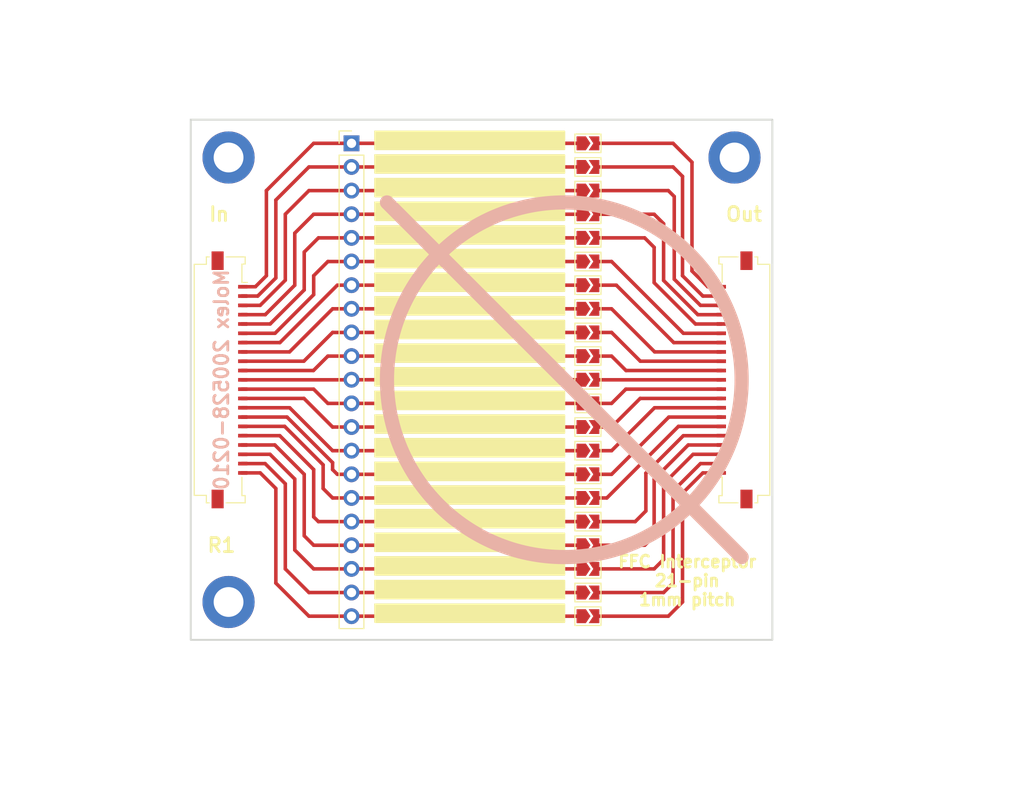
<source format=kicad_pcb>
(kicad_pcb (version 20211014) (generator pcbnew)
  (layers (0 "F.Cu" signal) (31 "B.Cu" signal) (34 "B.Paste" user) (35 "F.Paste" user) (36 "B.SilkS" user "B.Silkscreen") (37 "F.SilkS" user "F.Silkscreen") (38 "B.Mask" user) (39 "F.Mask" user) (44 "Edge.Cuts" user))
  (net 0 "")
  (net 1 "Net-(JP1-Pad1)")
  (net 2 "Net-(JP2-Pad1)")
  (net 3 "Net-(JP3-Pad1)")
  (net 4 "Net-(JP4-Pad1)")
  (net 5 "Net-(JP5-Pad1)")
  (net 6 "Net-(JP6-Pad1)")
  (net 7 "Net-(JP7-Pad1)")
  (net 8 "Net-(JP8-Pad1)")
  (net 9 "Net-(JP9-Pad1)")
  (net 10 "Net-(JP10-Pad1)")
  (net 11 "Net-(JP11-Pad1)")
  (net 12 "Net-(JP12-Pad1)")
  (net 13 "Net-(JP13-Pad1)")
  (net 14 "Net-(JP14-Pad1)")
  (net 15 "Net-(JP15-Pad1)")
  (net 16 "Net-(JP16-Pad1)")
  (net 17 "Net-(JP17-Pad1)")
  (net 18 "Net-(JP18-Pad1)")
  (net 19 "Net-(JP19-Pad1)")
  (net 20 "Net-(JP20-Pad1)")
  (net 21 "Net-(JP21-Pad1)")
  (net 22 "Net-(JP21-Pad2)")
  (net 23 "Net-(JP20-Pad2)")
  (net 24 "Net-(JP19-Pad2)")
  (net 25 "Net-(JP18-Pad2)")
  (net 26 "Net-(JP17-Pad2)")
  (net 27 "Net-(JP16-Pad2)")
  (net 28 "Net-(JP15-Pad2)")
  (net 29 "Net-(JP14-Pad2)")
  (net 30 "Net-(JP13-Pad2)")
  (net 31 "Net-(JP12-Pad2)")
  (net 32 "Net-(JP11-Pad2)")
  (net 33 "Net-(JP10-Pad2)")
  (net 34 "Net-(JP9-Pad2)")
  (net 35 "Net-(JP8-Pad2)")
  (net 36 "Net-(JP7-Pad2)")
  (net 37 "Net-(JP6-Pad2)")
  (net 38 "Net-(JP5-Pad2)")
  (net 39 "Net-(JP4-Pad2)")
  (net 40 "Net-(JP3-Pad2)")
  (net 41 "Net-(JP2-Pad2)")
  (net 42 "Net-(JP1-Pad2)")
  (footprint "Jumper:SolderJumper-2_P1.3mm_Open_TrianglePad1.0x1.5mm" (layer "F.Cu") (at 169.672 91.44)
    (fp_text reference "JP8" hide)
    (fp_text value "SolderJumper_2_Open" hide)
    (pad "1" smd custom (at -0.725 0) (size 0.3 0.3) (layers "F.Cu" "F.Mask") (net 8 "Net-(JP8-Pad1)") (options (clearance outline) (anchor rect)) (primitives (gr_poly (pts (xy 1 0) (xy 0.5 0.75) (xy -0.5 0.75) (xy -0.5 -0.75) (xy 0.5 -0.75)) (width 0) (fill yes))))
    (pad "2" smd custom (at 0.725 0) (size 0.3 0.3) (layers "F.Cu" "F.Mask") (net 35 "Net-(JP8-Pad2)") (options (clearance outline) (anchor rect)) (primitives (gr_poly (pts (xy 0.5 0.75) (xy -0.65 0.75) (xy -0.15 0) (xy -0.65 -0.75) (xy 0.5 -0.75)) (width 0) (fill yes))))
  )
  (footprint "Jumper:SolderJumper-2_P1.3mm_Open_TrianglePad1.0x1.5mm" (layer "F.Cu") (at 169.672 116.84)
    (fp_text reference "JP18" hide)
    (fp_text value "SolderJumper_2_Open" hide)
    (pad "1" smd custom (at -0.725 0) (size 0.3 0.3) (layers "F.Cu" "F.Mask") (net 18 "Net-(JP18-Pad1)") (options (clearance outline) (anchor rect)) (primitives (gr_poly (pts (xy 1 0) (xy 0.5 0.75) (xy -0.5 0.75) (xy -0.5 -0.75) (xy 0.5 -0.75)) (width 0) (fill yes))))
    (pad "2" smd custom (at 0.725 0) (size 0.3 0.3) (layers "F.Cu" "F.Mask") (net 25 "Net-(JP18-Pad2)") (options (clearance outline) (anchor rect)) (primitives (gr_poly (pts (xy 0.5 0.75) (xy -0.65 0.75) (xy -0.15 0) (xy -0.65 -0.75) (xy 0.5 -0.75)) (width 0) (fill yes))))
  )
  (footprint "Jumper:SolderJumper-2_P1.3mm_Open_TrianglePad1.0x1.5mm" (layer "F.Cu") (at 169.672 73.66)
    (fp_text reference "JP1" hide)
    (fp_text value "SolderJumper_2_Open" hide)
    (pad "1" smd custom (at -0.725 0) (size 0.3 0.3) (layers "F.Cu" "F.Mask") (net 1 "Net-(JP1-Pad1)") (options (clearance outline) (anchor rect)) (primitives (gr_poly (pts (xy 1 0) (xy 0.5 0.75) (xy -0.5 0.75) (xy -0.5 -0.75) (xy 0.5 -0.75)) (width 0) (fill yes))))
    (pad "2" smd custom (at 0.725 0) (size 0.3 0.3) (layers "F.Cu" "F.Mask") (net 42 "Net-(JP1-Pad2)") (options (clearance outline) (anchor rect)) (primitives (gr_poly (pts (xy 0.5 0.75) (xy -0.65 0.75) (xy -0.15 0) (xy -0.65 -0.75) (xy 0.5 -0.75)) (width 0) (fill yes))))
  )
  (footprint "Jumper:SolderJumper-2_P1.3mm_Open_TrianglePad1.0x1.5mm" (layer "F.Cu") (at 169.672 99.06)
    (fp_text reference "JP11" hide)
    (fp_text value "SolderJumper_2_Open" hide)
    (pad "1" smd custom (at -0.725 0) (size 0.3 0.3) (layers "F.Cu" "F.Mask") (net 11 "Net-(JP11-Pad1)") (options (clearance outline) (anchor rect)) (primitives (gr_poly (pts (xy 1 0) (xy 0.5 0.75) (xy -0.5 0.75) (xy -0.5 -0.75) (xy 0.5 -0.75)) (width 0) (fill yes))))
    (pad "2" smd custom (at 0.725 0) (size 0.3 0.3) (layers "F.Cu" "F.Mask") (net 32 "Net-(JP11-Pad2)") (options (clearance outline) (anchor rect)) (primitives (gr_poly (pts (xy 0.5 0.75) (xy -0.65 0.75) (xy -0.15 0) (xy -0.65 -0.75) (xy 0.5 -0.75)) (width 0) (fill yes))))
  )
  (footprint "Connector_FFC-FPC:Molex_200528-0210_1x21-1MP_P1.00mm_Horizontal" (layer "F.Cu") (at 131.678 99.07 -90)
    (fp_text reference "J1" hide)
    (fp_text value "Conn_01x21_Female" hide)
    (pad "1" smd rect (at -10 -0.91 270) (size 0.4 1) (layers "F.Cu" "F.Paste" "F.Mask") (net 1 "Net-(JP1-Pad1)"))
    (pad "2" smd rect (at -9 -0.91 270) (size 0.4 1) (layers "F.Cu" "F.Paste" "F.Mask") (net 2 "Net-(JP2-Pad1)"))
    (pad "3" smd rect (at -8 -0.91 270) (size 0.4 1) (layers "F.Cu" "F.Paste" "F.Mask") (net 3 "Net-(JP3-Pad1)"))
    (pad "4" smd rect (at -7 -0.91 270) (size 0.4 1) (layers "F.Cu" "F.Paste" "F.Mask") (net 4 "Net-(JP4-Pad1)"))
    (pad "5" smd rect (at -6 -0.91 270) (size 0.4 1) (layers "F.Cu" "F.Paste" "F.Mask") (net 5 "Net-(JP5-Pad1)"))
    (pad "6" smd rect (at -5 -0.91 270) (size 0.4 1) (layers "F.Cu" "F.Paste" "F.Mask") (net 6 "Net-(JP6-Pad1)"))
    (pad "7" smd rect (at -4 -0.91 270) (size 0.4 1) (layers "F.Cu" "F.Paste" "F.Mask") (net 7 "Net-(JP7-Pad1)"))
    (pad "8" smd rect (at -3 -0.91 270) (size 0.4 1) (layers "F.Cu" "F.Paste" "F.Mask") (net 8 "Net-(JP8-Pad1)"))
    (pad "9" smd rect (at -2 -0.91 270) (size 0.4 1) (layers "F.Cu" "F.Paste" "F.Mask") (net 9 "Net-(JP9-Pad1)"))
    (pad "10" smd rect (at -1 -0.91 270) (size 0.4 1) (layers "F.Cu" "F.Paste" "F.Mask") (net 10 "Net-(JP10-Pad1)"))
    (pad "11" smd rect (at 0 -0.91 270) (size 0.4 1) (layers "F.Cu" "F.Paste" "F.Mask") (net 11 "Net-(JP11-Pad1)"))
    (pad "12" smd rect (at 1 -0.91 270) (size 0.4 1) (layers "F.Cu" "F.Paste" "F.Mask") (net 12 "Net-(JP12-Pad1)"))
    (pad "13" smd rect (at 2 -0.91 270) (size 0.4 1) (layers "F.Cu" "F.Paste" "F.Mask") (net 13 "Net-(JP13-Pad1)"))
    (pad "14" smd rect (at 3 -0.91 270) (size 0.4 1) (layers "F.Cu" "F.Paste" "F.Mask") (net 14 "Net-(JP14-Pad1)"))
    (pad "15" smd rect (at 4 -0.91 270) (size 0.4 1) (layers "F.Cu" "F.Paste" "F.Mask") (net 15 "Net-(JP15-Pad1)"))
    (pad "16" smd rect (at 5 -0.91 270) (size 0.4 1) (layers "F.Cu" "F.Paste" "F.Mask") (net 16 "Net-(JP16-Pad1)"))
    (pad "17" smd rect (at 6 -0.91 270) (size 0.4 1) (layers "F.Cu" "F.Paste" "F.Mask") (net 17 "Net-(JP17-Pad1)"))
    (pad "18" smd rect (at 7 -0.91 270) (size 0.4 1) (layers "F.Cu" "F.Paste" "F.Mask") (net 18 "Net-(JP18-Pad1)"))
    (pad "19" smd rect (at 8 -0.91 270) (size 0.4 1) (layers "F.Cu" "F.Paste" "F.Mask") (net 19 "Net-(JP19-Pad1)"))
    (pad "20" smd rect (at 9 -0.91 270) (size 0.4 1) (layers "F.Cu" "F.Paste" "F.Mask") (net 20 "Net-(JP20-Pad1)"))
    (pad "21" smd rect (at 10 -0.91 270) (size 0.4 1) (layers "F.Cu" "F.Paste" "F.Mask") (net 21 "Net-(JP21-Pad1)"))
    (pad "MP" smd rect (at 12.8 1.79 270) (size 2 1.3) (layers "F.Cu" "F.Paste" "F.Mask"))
    (pad "MP" smd rect (at -12.8 1.79 270) (size 2 1.3) (layers "F.Cu" "F.Paste" "F.Mask"))
  )
  (footprint "Jumper:SolderJumper-2_P1.3mm_Open_TrianglePad1.0x1.5mm" (layer "F.Cu") (at 169.672 121.92)
    (fp_text reference "JP20" hide)
    (fp_text value "SolderJumper_2_Open" hide)
    (pad "1" smd custom (at -0.725 0) (size 0.3 0.3) (layers "F.Cu" "F.Mask") (net 20 "Net-(JP20-Pad1)") (options (clearance outline) (anchor rect)) (primitives (gr_poly (pts (xy 1 0) (xy 0.5 0.75) (xy -0.5 0.75) (xy -0.5 -0.75) (xy 0.5 -0.75)) (width 0) (fill yes))))
    (pad "2" smd custom (at 0.725 0) (size 0.3 0.3) (layers "F.Cu" "F.Mask") (net 23 "Net-(JP20-Pad2)") (options (clearance outline) (anchor rect)) (primitives (gr_poly (pts (xy 0.5 0.75) (xy -0.65 0.75) (xy -0.15 0) (xy -0.65 -0.75) (xy 0.5 -0.75)) (width 0) (fill yes))))
  )
  (footprint "Connector_FFC-FPC:Molex_200528-0210_1x21-1MP_P1.00mm_Horizontal" (layer "F.Cu") (at 184.912 99.07 90)
    (fp_text reference "J3" hide)
    (fp_text value "Conn_01x21_Female" hide)
    (pad "1" smd rect (at -10 -0.91 90) (size 0.4 1) (layers "F.Cu" "F.Paste" "F.Mask") (net 22 "Net-(JP21-Pad2)"))
    (pad "2" smd rect (at -9 -0.91 90) (size 0.4 1) (layers "F.Cu" "F.Paste" "F.Mask") (net 23 "Net-(JP20-Pad2)"))
    (pad "3" smd rect (at -8 -0.91 90) (size 0.4 1) (layers "F.Cu" "F.Paste" "F.Mask") (net 24 "Net-(JP19-Pad2)"))
    (pad "4" smd rect (at -7 -0.91 90) (size 0.4 1) (layers "F.Cu" "F.Paste" "F.Mask") (net 25 "Net-(JP18-Pad2)"))
    (pad "5" smd rect (at -6 -0.91 90) (size 0.4 1) (layers "F.Cu" "F.Paste" "F.Mask") (net 26 "Net-(JP17-Pad2)"))
    (pad "6" smd rect (at -5 -0.91 90) (size 0.4 1) (layers "F.Cu" "F.Paste" "F.Mask") (net 27 "Net-(JP16-Pad2)"))
    (pad "7" smd rect (at -4 -0.91 90) (size 0.4 1) (layers "F.Cu" "F.Paste" "F.Mask") (net 28 "Net-(JP15-Pad2)"))
    (pad "8" smd rect (at -3 -0.91 90) (size 0.4 1) (layers "F.Cu" "F.Paste" "F.Mask") (net 29 "Net-(JP14-Pad2)"))
    (pad "9" smd rect (at -2 -0.91 90) (size 0.4 1) (layers "F.Cu" "F.Paste" "F.Mask") (net 30 "Net-(JP13-Pad2)"))
    (pad "10" smd rect (at -1 -0.91 90) (size 0.4 1) (layers "F.Cu" "F.Paste" "F.Mask") (net 31 "Net-(JP12-Pad2)"))
    (pad "11" smd rect (at 0 -0.91 90) (size 0.4 1) (layers "F.Cu" "F.Paste" "F.Mask") (net 32 "Net-(JP11-Pad2)"))
    (pad "12" smd rect (at 1 -0.91 90) (size 0.4 1) (layers "F.Cu" "F.Paste" "F.Mask") (net 33 "Net-(JP10-Pad2)"))
    (pad "13" smd rect (at 2 -0.91 90) (size 0.4 1) (layers "F.Cu" "F.Paste" "F.Mask") (net 34 "Net-(JP9-Pad2)"))
    (pad "14" smd rect (at 3 -0.91 90) (size 0.4 1) (layers "F.Cu" "F.Paste" "F.Mask") (net 35 "Net-(JP8-Pad2)"))
    (pad "15" smd rect (at 4 -0.91 90) (size 0.4 1) (layers "F.Cu" "F.Paste" "F.Mask") (net 36 "Net-(JP7-Pad2)"))
    (pad "16" smd rect (at 5 -0.91 90) (size 0.4 1) (layers "F.Cu" "F.Paste" "F.Mask") (net 37 "Net-(JP6-Pad2)"))
    (pad "17" smd rect (at 6 -0.91 90) (size 0.4 1) (layers "F.Cu" "F.Paste" "F.Mask") (net 38 "Net-(JP5-Pad2)"))
    (pad "18" smd rect (at 7 -0.91 90) (size 0.4 1) (layers "F.Cu" "F.Paste" "F.Mask") (net 39 "Net-(JP4-Pad2)"))
    (pad "19" smd rect (at 8 -0.91 90) (size 0.4 1) (layers "F.Cu" "F.Paste" "F.Mask") (net 40 "Net-(JP3-Pad2)"))
    (pad "20" smd rect (at 9 -0.91 90) (size 0.4 1) (layers "F.Cu" "F.Paste" "F.Mask") (net 41 "Net-(JP2-Pad2)"))
    (pad "21" smd rect (at 10 -0.91 90) (size 0.4 1) (layers "F.Cu" "F.Paste" "F.Mask") (net 42 "Net-(JP1-Pad2)"))
    (pad "MP" smd rect (at -12.8 1.79 90) (size 2 1.3) (layers "F.Cu" "F.Paste" "F.Mask"))
    (pad "MP" smd rect (at 12.8 1.79 90) (size 2 1.3) (layers "F.Cu" "F.Paste" "F.Mask"))
  )
  (footprint "Jumper:SolderJumper-2_P1.3mm_Open_TrianglePad1.0x1.5mm" (layer "F.Cu") (at 169.672 78.74)
    (fp_text reference "JP3" hide)
    (fp_text value "SolderJumper_2_Open" hide)
    (pad "1" smd custom (at -0.725 0) (size 0.3 0.3) (layers "F.Cu" "F.Mask") (net 3 "Net-(JP3-Pad1)") (options (clearance outline) (anchor rect)) (primitives (gr_poly (pts (xy 1 0) (xy 0.5 0.75) (xy -0.5 0.75) (xy -0.5 -0.75) (xy 0.5 -0.75)) (width 0) (fill yes))))
    (pad "2" smd custom (at 0.725 0) (size 0.3 0.3) (layers "F.Cu" "F.Mask") (net 40 "Net-(JP3-Pad2)") (options (clearance outline) (anchor rect)) (primitives (gr_poly (pts (xy 0.5 0.75) (xy -0.65 0.75) (xy -0.15 0) (xy -0.65 -0.75) (xy 0.5 -0.75)) (width 0) (fill yes))))
  )
  (footprint "Jumper:SolderJumper-2_P1.3mm_Open_TrianglePad1.0x1.5mm" (layer "F.Cu") (at 169.672 109.22)
    (fp_text reference "JP15" hide)
    (fp_text value "SolderJumper_2_Open" hide)
    (pad "1" smd custom (at -0.725 0) (size 0.3 0.3) (layers "F.Cu" "F.Mask") (net 15 "Net-(JP15-Pad1)") (options (clearance outline) (anchor rect)) (primitives (gr_poly (pts (xy 1 0) (xy 0.5 0.75) (xy -0.5 0.75) (xy -0.5 -0.75) (xy 0.5 -0.75)) (width 0) (fill yes))))
    (pad "2" smd custom (at 0.725 0) (size 0.3 0.3) (layers "F.Cu" "F.Mask") (net 28 "Net-(JP15-Pad2)") (options (clearance outline) (anchor rect)) (primitives (gr_poly (pts (xy 0.5 0.75) (xy -0.65 0.75) (xy -0.15 0) (xy -0.65 -0.75) (xy 0.5 -0.75)) (width 0) (fill yes))))
  )
  (footprint "Jumper:SolderJumper-2_P1.3mm_Open_TrianglePad1.0x1.5mm" (layer "F.Cu") (at 169.672 104.14)
    (fp_text reference "JP13" hide)
    (fp_text value "SolderJumper_2_Open" hide)
    (pad "1" smd custom (at -0.725 0) (size 0.3 0.3) (layers "F.Cu" "F.Mask") (net 13 "Net-(JP13-Pad1)") (options (clearance outline) (anchor rect)) (primitives (gr_poly (pts (xy 1 0) (xy 0.5 0.75) (xy -0.5 0.75) (xy -0.5 -0.75) (xy 0.5 -0.75)) (width 0) (fill yes))))
    (pad "2" smd custom (at 0.725 0) (size 0.3 0.3) (layers "F.Cu" "F.Mask") (net 30 "Net-(JP13-Pad2)") (options (clearance outline) (anchor rect)) (primitives (gr_poly (pts (xy 0.5 0.75) (xy -0.65 0.75) (xy -0.15 0) (xy -0.65 -0.75) (xy 0.5 -0.75)) (width 0) (fill yes))))
  )
  (footprint "MountingHole:MountingHole_3.2mm_M3_DIN965_Pad_TopBottom" (layer "F.Cu") (at 131.064 75.184)
    (fp_text reference "H2" hide)
    (fp_text value "MountingHole" hide)
    (pad "1" thru_hole circle (at 0 0) (size 3.6 3.6) (drill 3.2) (layers *.Cu *.Mask))
    (pad "1" connect circle (at 0 0) (size 5.6 5.6) (layers "B.Cu" "B.Mask"))
    (pad "1" connect circle (at 0 0) (size 5.6 5.6) (layers "F.Cu" "F.Mask"))
  )
  (footprint "Jumper:SolderJumper-2_P1.3mm_Open_TrianglePad1.0x1.5mm" (layer "F.Cu") (at 169.672 119.38)
    (fp_text reference "JP19" hide)
    (fp_text value "SolderJumper_2_Open" hide)
    (pad "1" smd custom (at -0.725 0) (size 0.3 0.3) (layers "F.Cu" "F.Mask") (net 19 "Net-(JP19-Pad1)") (options (clearance outline) (anchor rect)) (primitives (gr_poly (pts (xy 1 0) (xy 0.5 0.75) (xy -0.5 0.75) (xy -0.5 -0.75) (xy 0.5 -0.75)) (width 0) (fill yes))))
    (pad "2" smd custom (at 0.725 0) (size 0.3 0.3) (layers "F.Cu" "F.Mask") (net 24 "Net-(JP19-Pad2)") (options (clearance outline) (anchor rect)) (primitives (gr_poly (pts (xy 0.5 0.75) (xy -0.65 0.75) (xy -0.15 0) (xy -0.65 -0.75) (xy 0.5 -0.75)) (width 0) (fill yes))))
  )
  (footprint "Jumper:SolderJumper-2_P1.3mm_Open_TrianglePad1.0x1.5mm" (layer "F.Cu") (at 169.672 101.6)
    (fp_text reference "JP12" hide)
    (fp_text value "SolderJumper_2_Open" hide)
    (pad "1" smd custom (at -0.725 0) (size 0.3 0.3) (layers "F.Cu" "F.Mask") (net 12 "Net-(JP12-Pad1)") (options (clearance outline) (anchor rect)) (primitives (gr_poly (pts (xy 1 0) (xy 0.5 0.75) (xy -0.5 0.75) (xy -0.5 -0.75) (xy 0.5 -0.75)) (width 0) (fill yes))))
    (pad "2" smd custom (at 0.725 0) (size 0.3 0.3) (layers "F.Cu" "F.Mask") (net 31 "Net-(JP12-Pad2)") (options (clearance outline) (anchor rect)) (primitives (gr_poly (pts (xy 0.5 0.75) (xy -0.65 0.75) (xy -0.15 0) (xy -0.65 -0.75) (xy 0.5 -0.75)) (width 0) (fill yes))))
  )
  (footprint "Jumper:SolderJumper-2_P1.3mm_Open_TrianglePad1.0x1.5mm" (layer "F.Cu") (at 169.672 93.98)
    (fp_text reference "JP9" hide)
    (fp_text value "SolderJumper_2_Open" hide)
    (pad "1" smd custom (at -0.725 0) (size 0.3 0.3) (layers "F.Cu" "F.Mask") (net 9 "Net-(JP9-Pad1)") (options (clearance outline) (anchor rect)) (primitives (gr_poly (pts (xy 1 0) (xy 0.5 0.75) (xy -0.5 0.75) (xy -0.5 -0.75) (xy 0.5 -0.75)) (width 0) (fill yes))))
    (pad "2" smd custom (at 0.725 0) (size 0.3 0.3) (layers "F.Cu" "F.Mask") (net 34 "Net-(JP9-Pad2)") (options (clearance outline) (anchor rect)) (primitives (gr_poly (pts (xy 0.5 0.75) (xy -0.65 0.75) (xy -0.15 0) (xy -0.65 -0.75) (xy 0.5 -0.75)) (width 0) (fill yes))))
  )
  (footprint "Jumper:SolderJumper-2_P1.3mm_Open_TrianglePad1.0x1.5mm" (layer "F.Cu") (at 169.672 81.28)
    (fp_text reference "JP4" hide)
    (fp_text value "SolderJumper_2_Open" hide)
    (pad "1" smd custom (at -0.725 0) (size 0.3 0.3) (layers "F.Cu" "F.Mask") (net 4 "Net-(JP4-Pad1)") (options (clearance outline) (anchor rect)) (primitives (gr_poly (pts (xy 1 0) (xy 0.5 0.75) (xy -0.5 0.75) (xy -0.5 -0.75) (xy 0.5 -0.75)) (width 0) (fill yes))))
    (pad "2" smd custom (at 0.725 0) (size 0.3 0.3) (layers "F.Cu" "F.Mask") (net 39 "Net-(JP4-Pad2)") (options (clearance outline) (anchor rect)) (primitives (gr_poly (pts (xy 0.5 0.75) (xy -0.65 0.75) (xy -0.15 0) (xy -0.65 -0.75) (xy 0.5 -0.75)) (width 0) (fill yes))))
  )
  (footprint "Jumper:SolderJumper-2_P1.3mm_Open_TrianglePad1.0x1.5mm" (layer "F.Cu") (at 169.672 88.9)
    (fp_text reference "JP7" hide)
    (fp_text value "SolderJumper_2_Open" hide)
    (pad "1" smd custom (at -0.725 0) (size 0.3 0.3) (layers "F.Cu" "F.Mask") (net 7 "Net-(JP7-Pad1)") (options (clearance outline) (anchor rect)) (primitives (gr_poly (pts (xy 1 0) (xy 0.5 0.75) (xy -0.5 0.75) (xy -0.5 -0.75) (xy 0.5 -0.75)) (width 0) (fill yes))))
    (pad "2" smd custom (at 0.725 0) (size 0.3 0.3) (layers "F.Cu" "F.Mask") (net 36 "Net-(JP7-Pad2)") (options (clearance outline) (anchor rect)) (primitives (gr_poly (pts (xy 0.5 0.75) (xy -0.65 0.75) (xy -0.15 0) (xy -0.65 -0.75) (xy 0.5 -0.75)) (width 0) (fill yes))))
  )
  (footprint "Jumper:SolderJumper-2_P1.3mm_Open_TrianglePad1.0x1.5mm" (layer "F.Cu") (at 169.672 111.76)
    (fp_text reference "JP16" hide)
    (fp_text value "SolderJumper_2_Open" hide)
    (pad "1" smd custom (at -0.725 0) (size 0.3 0.3) (layers "F.Cu" "F.Mask") (net 16 "Net-(JP16-Pad1)") (options (clearance outline) (anchor rect)) (primitives (gr_poly (pts (xy 1 0) (xy 0.5 0.75) (xy -0.5 0.75) (xy -0.5 -0.75) (xy 0.5 -0.75)) (width 0) (fill yes))))
    (pad "2" smd custom (at 0.725 0) (size 0.3 0.3) (layers "F.Cu" "F.Mask") (net 27 "Net-(JP16-Pad2)") (options (clearance outline) (anchor rect)) (primitives (gr_poly (pts (xy 0.5 0.75) (xy -0.65 0.75) (xy -0.15 0) (xy -0.65 -0.75) (xy 0.5 -0.75)) (width 0) (fill yes))))
  )
  (footprint "Jumper:SolderJumper-2_P1.3mm_Open_TrianglePad1.0x1.5mm" (layer "F.Cu") (at 169.672 83.82)
    (fp_text reference "JP5" hide)
    (fp_text value "SolderJumper_2_Open" hide)
    (pad "1" smd custom (at -0.725 0) (size 0.3 0.3) (layers "F.Cu" "F.Mask") (net 5 "Net-(JP5-Pad1)") (options (clearance outline) (anchor rect)) (primitives (gr_poly (pts (xy 1 0) (xy 0.5 0.75) (xy -0.5 0.75) (xy -0.5 -0.75) (xy 0.5 -0.75)) (width 0) (fill yes))))
    (pad "2" smd custom (at 0.725 0) (size 0.3 0.3) (layers "F.Cu" "F.Mask") (net 38 "Net-(JP5-Pad2)") (options (clearance outline) (anchor rect)) (primitives (gr_poly (pts (xy 0.5 0.75) (xy -0.65 0.75) (xy -0.15 0) (xy -0.65 -0.75) (xy 0.5 -0.75)) (width 0) (fill yes))))
  )
  (footprint "Jumper:SolderJumper-2_P1.3mm_Open_TrianglePad1.0x1.5mm" (layer "F.Cu") (at 169.672 106.68)
    (fp_text reference "JP14" hide)
    (fp_text value "SolderJumper_2_Open" hide)
    (pad "1" smd custom (at -0.725 0) (size 0.3 0.3) (layers "F.Cu" "F.Mask") (net 14 "Net-(JP14-Pad1)") (options (clearance outline) (anchor rect)) (primitives (gr_poly (pts (xy 1 0) (xy 0.5 0.75) (xy -0.5 0.75) (xy -0.5 -0.75) (xy 0.5 -0.75)) (width 0) (fill yes))))
    (pad "2" smd custom (at 0.725 0) (size 0.3 0.3) (layers "F.Cu" "F.Mask") (net 29 "Net-(JP14-Pad2)") (options (clearance outline) (anchor rect)) (primitives (gr_poly (pts (xy 0.5 0.75) (xy -0.65 0.75) (xy -0.15 0) (xy -0.65 -0.75) (xy 0.5 -0.75)) (width 0) (fill yes))))
  )
  (footprint "Jumper:SolderJumper-2_P1.3mm_Open_TrianglePad1.0x1.5mm" (layer "F.Cu") (at 169.672 114.3)
    (fp_text reference "JP17" hide)
    (fp_text value "SolderJumper_2_Open" hide)
    (pad "1" smd custom (at -0.725 0) (size 0.3 0.3) (layers "F.Cu" "F.Mask") (net 17 "Net-(JP17-Pad1)") (options (clearance outline) (anchor rect)) (primitives (gr_poly (pts (xy 1 0) (xy 0.5 0.75) (xy -0.5 0.75) (xy -0.5 -0.75) (xy 0.5 -0.75)) (width 0) (fill yes))))
    (pad "2" smd custom (at 0.725 0) (size 0.3 0.3) (layers "F.Cu" "F.Mask") (net 26 "Net-(JP17-Pad2)") (options (clearance outline) (anchor rect)) (primitives (gr_poly (pts (xy 0.5 0.75) (xy -0.65 0.75) (xy -0.15 0) (xy -0.65 -0.75) (xy 0.5 -0.75)) (width 0) (fill yes))))
  )
  (footprint "Jumper:SolderJumper-2_P1.3mm_Open_TrianglePad1.0x1.5mm" (layer "F.Cu") (at 169.672 86.36)
    (fp_text reference "JP6" hide)
    (fp_text value "SolderJumper_2_Open" hide)
    (pad "1" smd custom (at -0.725 0) (size 0.3 0.3) (layers "F.Cu" "F.Mask") (net 6 "Net-(JP6-Pad1)") (options (clearance outline) (anchor rect)) (primitives (gr_poly (pts (xy 1 0) (xy 0.5 0.75) (xy -0.5 0.75) (xy -0.5 -0.75) (xy 0.5 -0.75)) (width 0) (fill yes))))
    (pad "2" smd custom (at 0.725 0) (size 0.3 0.3) (layers "F.Cu" "F.Mask") (net 37 "Net-(JP6-Pad2)") (options (clearance outline) (anchor rect)) (primitives (gr_poly (pts (xy 0.5 0.75) (xy -0.65 0.75) (xy -0.15 0) (xy -0.65 -0.75) (xy 0.5 -0.75)) (width 0) (fill yes))))
  )
  (footprint "MountingHole:MountingHole_3.2mm_M3_DIN965_Pad_TopBottom" (layer "F.Cu") (at 131.064 122.936)
    (fp_text reference "H3" hide)
    (fp_text value "MountingHole" hide)
    (pad "1" connect circle (at 0 0) (size 5.6 5.6) (layers "B.Cu" "B.Mask"))
    (pad "1" thru_hole circle (at 0 0) (size 3.6 3.6) (drill 3.2) (layers *.Cu *.Mask))
    (pad "1" connect circle (at 0 0) (size 5.6 5.6) (layers "F.Cu" "F.Mask"))
  )
  (footprint "MountingHole:MountingHole_3.2mm_M3_DIN965_Pad_TopBottom" (layer "F.Cu") (at 185.42 75.184)
    (fp_text reference "H1" hide)
    (fp_text value "MountingHole" hide)
    (pad "1" connect circle (at 0 0) (size 5.6 5.6) (layers "B.Cu" "B.Mask"))
    (pad "1" thru_hole circle (at 0 0) (size 3.6 3.6) (drill 3.2) (layers *.Cu *.Mask))
    (pad "1" connect circle (at 0 0) (size 5.6 5.6) (layers "F.Cu" "F.Mask"))
  )
  (footprint "Jumper:SolderJumper-2_P1.3mm_Open_TrianglePad1.0x1.5mm" (layer "F.Cu") (at 169.672 124.46)
    (fp_text reference "JP21" hide)
    (fp_text value "SolderJumper_2_Open" hide)
    (pad "1" smd custom (at -0.725 0) (size 0.3 0.3) (layers "F.Cu" "F.Mask") (net 21 "Net-(JP21-Pad1)") (options (clearance outline) (anchor rect)) (primitives (gr_poly (pts (xy 1 0) (xy 0.5 0.75) (xy -0.5 0.75) (xy -0.5 -0.75) (xy 0.5 -0.75)) (width 0) (fill yes))))
    (pad "2" smd custom (at 0.725 0) (size 0.3 0.3) (layers "F.Cu" "F.Mask") (net 22 "Net-(JP21-Pad2)") (options (clearance outline) (anchor rect)) (primitives (gr_poly (pts (xy 0.5 0.75) (xy -0.65 0.75) (xy -0.15 0) (xy -0.65 -0.75) (xy 0.5 -0.75)) (width 0) (fill yes))))
  )
  (footprint "Jumper:SolderJumper-2_P1.3mm_Open_TrianglePad1.0x1.5mm" (layer "F.Cu") (at 169.672 96.52)
    (fp_text reference "JP10" hide)
    (fp_text value "SolderJumper_2_Open" hide)
    (pad "1" smd custom (at -0.725 0) (size 0.3 0.3) (layers "F.Cu" "F.Mask") (net 10 "Net-(JP10-Pad1)") (options (clearance outline) (anchor rect)) (primitives (gr_poly (pts (xy 1 0) (xy 0.5 0.75) (xy -0.5 0.75) (xy -0.5 -0.75) (xy 0.5 -0.75)) (width 0) (fill yes))))
    (pad "2" smd custom (at 0.725 0) (size 0.3 0.3) (layers "F.Cu" "F.Mask") (net 33 "Net-(JP10-Pad2)") (options (clearance outline) (anchor rect)) (primitives (gr_poly (pts (xy 0.5 0.75) (xy -0.65 0.75) (xy -0.15 0) (xy -0.65 -0.75) (xy 0.5 -0.75)) (width 0) (fill yes))))
  )
  (footprint "Connector_PinHeader_2.54mm:PinHeader_1x21_P2.54mm_Vertical" (layer "F.Cu") (at 144.272 73.66)
    (fp_text reference "J2" hide)
    (fp_text value "Conn_01x21_Male" hide)
    (pad "1" thru_hole rect (at 0 0) (size 1.7 1.7) (drill 1) (layers *.Cu *.Mask) (net 1 "Net-(JP1-Pad1)"))
    (pad "2" thru_hole oval (at 0 2.54) (size 1.7 1.7) (drill 1) (layers *.Cu *.Mask) (net 2 "Net-(JP2-Pad1)"))
    (pad "3" thru_hole oval (at 0 5.08) (size 1.7 1.7) (drill 1) (layers *.Cu *.Mask) (net 3 "Net-(JP3-Pad1)"))
    (pad "4" thru_hole oval (at 0 7.62) (size 1.7 1.7) (drill 1) (layers *.Cu *.Mask) (net 4 "Net-(JP4-Pad1)"))
    (pad "5" thru_hole oval (at 0 10.16) (size 1.7 1.7) (drill 1) (layers *.Cu *.Mask) (net 5 "Net-(JP5-Pad1)"))
    (pad "6" thru_hole oval (at 0 12.7) (size 1.7 1.7) (drill 1) (layers *.Cu *.Mask) (net 6 "Net-(JP6-Pad1)"))
    (pad "7" thru_hole oval (at 0 15.24) (size 1.7 1.7) (drill 1) (layers *.Cu *.Mask) (net 7 "Net-(JP7-Pad1)"))
    (pad "8" thru_hole oval (at 0 17.78) (size 1.7 1.7) (drill 1) (layers *.Cu *.Mask) (net 8 "Net-(JP8-Pad1)"))
    (pad "9" thru_hole oval (at 0 20.32) (size 1.7 1.7) (drill 1) (layers *.Cu *.Mask) (net 9 "Net-(JP9-Pad1)"))
    (pad "10" thru_hole oval (at 0 22.86) (size 1.7 1.7) (drill 1) (layers *.Cu *.Mask) (net 10 "Net-(JP10-Pad1)"))
    (pad "11" thru_hole oval (at 0 25.4) (size 1.7 1.7) (drill 1) (layers *.Cu *.Mask) (net 11 "Net-(JP11-Pad1)"))
    (pad "12" thru_hole oval (at 0 27.94) (size 1.7 1.7) (drill 1) (layers *.Cu *.Mask) (net 12 "Net-(JP12-Pad1)"))
    (pad "13" thru_hole oval (at 0 30.48) (size 1.7 1.7) (drill 1) (layers *.Cu *.Mask) (net 13 "Net-(JP13-Pad1)"))
    (pad "14" thru_hole oval (at 0 33.02) (size 1.7 1.7) (drill 1) (layers *.Cu *.Mask) (net 14 "Net-(JP14-Pad1)"))
    (pad "15" thru_hole oval (at 0 35.56) (size 1.7 1.7) (drill 1) (layers *.Cu *.Mask) (net 15 "Net-(JP15-Pad1)"))
    (pad "16" thru_hole oval (at 0 38.1) (size 1.7 1.7) (drill 1) (layers *.Cu *.Mask) (net 16 "Net-(JP16-Pad1)"))
    (pad "17" thru_hole oval (at 0 40.64) (size 1.7 1.7) (drill 1) (layers *.Cu *.Mask) (net 17 "Net-(JP17-Pad1)"))
    (pad "18" thru_hole oval (at 0 43.18) (size 1.7 1.7) (drill 1) (layers *.Cu *.Mask) (net 18 "Net-(JP18-Pad1)"))
    (pad "19" thru_hole oval (at 0 45.72) (size 1.7 1.7) (drill 1) (layers *.Cu *.Mask) (net 19 "Net-(JP19-Pad1)"))
    (pad "20" thru_hole oval (at 0 48.26) (size 1.7 1.7) (drill 1) (layers *.Cu *.Mask) (net 20 "Net-(JP20-Pad1)"))
    (pad "21" thru_hole oval (at 0 50.8) (size 1.7 1.7) (drill 1) (layers *.Cu *.Mask) (net 21 "Net-(JP21-Pad1)"))
  )
  (footprint "Jumper:SolderJumper-2_P1.3mm_Open_TrianglePad1.0x1.5mm" (layer "F.Cu") (at 169.672 76.2)
    (fp_text reference "JP2" hide)
    (fp_text value "SolderJumper_2_Open" hide)
    (pad "1" smd custom (at -0.725 0) (size 0.3 0.3) (layers "F.Cu" "F.Mask") (net 2 "Net-(JP2-Pad1)") (options (clearance outline) (anchor rect)) (primitives (gr_poly (pts (xy 1 0) (xy 0.5 0.75) (xy -0.5 0.75) (xy -0.5 -0.75) (xy 0.5 -0.75)) (width 0) (fill yes))))
    (pad "2" smd custom (at 0.725 0) (size 0.3 0.3) (layers "F.Cu" "F.Mask") (net 41 "Net-(JP2-Pad2)") (options (clearance outline) (anchor rect)) (primitives (gr_poly (pts (xy 0.5 0.75) (xy -0.65 0.75) (xy -0.15 0) (xy -0.65 -0.75) (xy 0.5 -0.75)) (width 0) (fill yes))))
  )
  (gr_line (start 186.182 118.11) (end 148.082 80.01) (layer "B.SilkS") (width 1.524))
  (gr_circle (center 167.132 99.06) (end 186.182 99.06) (layer "B.SilkS") (width 1.524) (fill none))
  (gr_rect (start 146.812 72.39) (end 167.132 74.295) (layer "F.SilkS") (width 0.2) (fill solid))
  (gr_rect (start 146.812 107.95) (end 167.132 109.855) (layer "F.SilkS") (width 0.2) (fill solid))
  (gr_rect (start 146.812 82.55) (end 167.132 84.455) (layer "F.SilkS") (width 0.2) (fill solid))
  (gr_rect (start 146.812 80.01) (end 167.132 81.915) (layer "F.SilkS") (width 0.2) (fill solid))
  (gr_rect (start 146.812 92.71) (end 167.132 94.615) (layer "F.SilkS") (width 0.2) (fill solid))
  (gr_rect (start 146.812 97.79) (end 167.132 99.695) (layer "F.SilkS") (width 0.2) (fill solid))
  (gr_rect (start 146.812 115.57) (end 167.132 117.475) (layer "F.SilkS") (width 0.2) (fill solid))
  (gr_rect (start 146.812 113.03) (end 167.132 114.935) (layer "F.SilkS") (width 0.2) (fill solid))
  (gr_rect (start 146.812 74.93) (end 167.132 76.835) (layer "F.SilkS") (width 0.2) (fill solid))
  (gr_rect (start 146.812 110.49) (end 167.132 112.395) (layer "F.SilkS") (width 0.2) (fill solid))
  (gr_rect (start 146.812 118.11) (end 167.132 120.015) (layer "F.SilkS") (width 0.2) (fill solid))
  (gr_rect (start 146.812 105.41) (end 167.132 107.315) (layer "F.SilkS") (width 0.2) (fill solid))
  (gr_rect (start 146.812 95.25) (end 167.132 97.155) (layer "F.SilkS") (width 0.2) (fill solid))
  (gr_rect (start 146.812 87.63) (end 167.132 89.535) (layer "F.SilkS") (width 0.2) (fill solid))
  (gr_rect (start 146.812 85.09) (end 167.132 86.995) (layer "F.SilkS") (width 0.2) (fill solid))
  (gr_rect (start 146.812 123.19) (end 167.132 125.095) (layer "F.SilkS") (width 0.2) (fill solid))
  (gr_rect (start 146.812 90.17) (end 167.132 92.075) (layer "F.SilkS") (width 0.2) (fill solid))
  (gr_rect (start 146.812 120.65) (end 167.132 122.555) (layer "F.SilkS") (width 0.2) (fill solid))
  (gr_rect (start 146.812 77.47) (end 167.132 79.375) (layer "F.SilkS") (width 0.2) (fill solid))
  (gr_rect (start 146.812 100.33) (end 167.132 102.235) (layer "F.SilkS") (width 0.2) (fill solid))
  (gr_rect (start 146.812 102.87) (end 167.132 104.775) (layer "F.SilkS") (width 0.2) (fill solid))
  (gr_rect (start 127 127) (end 189.484 71.12) (layer "Edge.Cuts") (width 0.2) (fill none))
  (gr_text "Molex 200528-0210" (at 130.302 99.06 90) (layer "B.SilkS") (effects (font (size 1.5 1.5) (thickness 0.3)) (justify mirror)))
  (gr_text "R1" (at 130.302 116.84) (layer "F.SilkS") (effects (font (size 1.5 1.5) (thickness 0.3))))
  (gr_text "Out" (at 186.436 81.28) (layer "F.SilkS") (effects (font (size 1.5 1.5) (thickness 0.3))))
  (gr_text "In" (at 130.048 81.28) (layer "F.SilkS") (effects (font (size 1.5 1.5) (thickness 0.3))))
  (gr_text "FFC Interceptor\n21-pin\n1mm pitch" (at 180.34 120.65) (layer "F.SilkS") (effects (font (size 1.27 1.27) (thickness 0.3))))
  (segment (start 144.272 73.66) (end 140.208 73.66) (width 0.381) (layer "F.Cu") (net 1))
  (segment (start 144.272 73.66) (end 168.947 73.66) (width 0.381) (layer "F.Cu") (net 1))
  (segment (start 135.128 87.884) (end 133.944 89.068) (width 0.381) (layer "F.Cu") (net 1))
  (segment (start 133.944 89.068) (end 132.482 89.068) (width 0.381) (layer "F.Cu") (net 1))
  (segment (start 140.208 73.66) (end 135.128 78.74) (width 0.381) (layer "F.Cu") (net 1))
  (segment (start 135.128 78.74) (end 135.128 87.884) (width 0.381) (layer "F.Cu") (net 1))
  (segment (start 134.200558 90.068) (end 136.144 88.124558) (width 0.381) (layer "F.Cu") (net 2))
  (segment (start 136.144 79.756) (end 139.7 76.2) (width 0.381) (layer "F.Cu") (net 2))
  (segment (start 136.144 88.124558) (end 136.144 79.756) (width 0.381) (layer "F.Cu") (net 2))
  (segment (start 132.482 90.068) (end 134.200558 90.068) (width 0.381) (layer "F.Cu") (net 2))
  (segment (start 139.7 76.2) (end 144.272 76.2) (width 0.381) (layer "F.Cu") (net 2))
  (segment (start 144.272 76.2) (end 168.947 76.2) (width 0.381) (layer "F.Cu") (net 2))
  (segment (start 132.482 91.068) (end 134.457116 91.068) (width 0.381) (layer "F.Cu") (net 3))
  (segment (start 139.7 78.74) (end 144.272 78.74) (width 0.381) (layer "F.Cu") (net 3))
  (segment (start 137.16 81.28) (end 139.7 78.74) (width 0.381) (layer "F.Cu") (net 3))
  (segment (start 144.272 78.74) (end 168.947 78.74) (width 0.381) (layer "F.Cu") (net 3))
  (segment (start 134.457116 91.068) (end 137.16 88.365116) (width 0.381) (layer "F.Cu") (net 3))
  (segment (start 137.16 88.365116) (end 137.16 81.28) (width 0.381) (layer "F.Cu") (net 3))
  (segment (start 140.208 81.28) (end 144.272 81.28) (width 0.381) (layer "F.Cu") (net 4))
  (segment (start 144.272 81.28) (end 168.947 81.28) (width 0.381) (layer "F.Cu") (net 4))
  (segment (start 138.176 83.312) (end 140.208 81.28) (width 0.381) (layer "F.Cu") (net 4))
  (segment (start 135.008 92.068) (end 138.176 88.9) (width 0.381) (layer "F.Cu") (net 4))
  (segment (start 138.176 88.9) (end 138.176 83.312) (width 0.381) (layer "F.Cu") (net 4))
  (segment (start 132.482 92.068) (end 135.008 92.068) (width 0.381) (layer "F.Cu") (net 4))
  (segment (start 139.192 89.408) (end 139.192 85.344) (width 0.381) (layer "F.Cu") (net 5))
  (segment (start 144.272 83.82) (end 168.947 83.82) (width 0.381) (layer "F.Cu") (net 5))
  (segment (start 135.532 93.068) (end 139.192 89.408) (width 0.381) (layer "F.Cu") (net 5))
  (segment (start 132.482 93.068) (end 135.532 93.068) (width 0.381) (layer "F.Cu") (net 5))
  (segment (start 140.716 83.82) (end 144.272 83.82) (width 0.381) (layer "F.Cu") (net 5))
  (segment (start 139.192 85.344) (end 140.716 83.82) (width 0.381) (layer "F.Cu") (net 5))
  (segment (start 140.208 89.916) (end 140.208 87.884) (width 0.381) (layer "F.Cu") (net 6))
  (segment (start 141.732 86.36) (end 144.272 86.36) (width 0.381) (layer "F.Cu") (net 6))
  (segment (start 140.208 87.884) (end 141.732 86.36) (width 0.381) (layer "F.Cu") (net 6))
  (segment (start 144.272 86.36) (end 168.947 86.36) (width 0.381) (layer "F.Cu") (net 6))
  (segment (start 132.482 94.068) (end 136.056 94.068) (width 0.381) (layer "F.Cu") (net 6))
  (segment (start 136.056 94.068) (end 140.208 89.916) (width 0.381) (layer "F.Cu") (net 6))
  (segment (start 136.58 95.068) (end 142.748 88.9) (width 0.381) (layer "F.Cu") (net 7))
  (segment (start 142.748 88.9) (end 144.272 88.9) (width 0.381) (layer "F.Cu") (net 7))
  (segment (start 132.482 95.068) (end 136.58 95.068) (width 0.381) (layer "F.Cu") (net 7))
  (segment (start 144.272 88.9) (end 168.947 88.9) (width 0.381) (layer "F.Cu") (net 7))
  (segment (start 132.482 96.068) (end 137.612 96.068) (width 0.381) (layer "F.Cu") (net 8))
  (segment (start 142.24 91.44) (end 144.272 91.44) (width 0.381) (layer "F.Cu") (net 8))
  (segment (start 137.612 96.068) (end 142.24 91.44) (width 0.381) (layer "F.Cu") (net 8))
  (segment (start 144.272 91.44) (end 168.947 91.44) (width 0.381) (layer "F.Cu") (net 8))
  (segment (start 139.152 97.068) (end 142.24 93.98) (width 0.381) (layer "F.Cu") (net 9))
  (segment (start 144.272 93.98) (end 168.947 93.98) (width 0.381) (layer "F.Cu") (net 9))
  (segment (start 132.482 97.068) (end 139.152 97.068) (width 0.381) (layer "F.Cu") (net 9))
  (segment (start 142.24 93.98) (end 144.272 93.98) (width 0.381) (layer "F.Cu") (net 9))
  (segment (start 132.482 98.068) (end 140.184 98.068) (width 0.381) (layer "F.Cu") (net 10))
  (segment (start 140.184 98.068) (end 141.732 96.52) (width 0.381) (layer "F.Cu") (net 10))
  (segment (start 144.272 96.52) (end 168.947 96.52) (width 0.381) (layer "F.Cu") (net 10))
  (segment (start 141.732 96.52) (end 144.272 96.52) (width 0.381) (layer "F.Cu") (net 10))
  (segment (start 144.272 99.06) (end 168.947 99.06) (width 0.381) (layer "F.Cu") (net 11))
  (segment (start 132.482 99.068) (end 144.264 99.068) (width 0.381) (layer "F.Cu") (net 11))
  (segment (start 144.264 99.068) (end 144.272 99.06) (width 0.381) (layer "F.Cu") (net 11))
  (segment (start 141.732 101.6) (end 144.272 101.6) (width 0.381) (layer "F.Cu") (net 12))
  (segment (start 140.2 100.068) (end 141.732 101.6) (width 0.381) (layer "F.Cu") (net 12))
  (segment (start 132.482 100.068) (end 140.2 100.068) (width 0.381) (layer "F.Cu") (net 12))
  (segment (start 144.272 101.6) (end 168.947 101.6) (width 0.381) (layer "F.Cu") (net 12))
  (segment (start 139.168 101.068) (end 142.24 104.14) (width 0.381) (layer "F.Cu") (net 13))
  (segment (start 132.482 101.068) (end 139.168 101.068) (width 0.381) (layer "F.Cu") (net 13))
  (segment (start 144.272 104.14) (end 168.947 104.14) (width 0.381) (layer "F.Cu") (net 13))
  (segment (start 142.24 104.14) (end 144.272 104.14) (width 0.381) (layer "F.Cu") (net 13))
  (segment (start 137.628 102.068) (end 142.24 106.68) (width 0.381) (layer "F.Cu") (net 14))
  (segment (start 144.272 106.68) (end 168.947 106.68) (width 0.381) (layer "F.Cu") (net 14))
  (segment (start 142.24 106.68) (end 144.272 106.68) (width 0.381) (layer "F.Cu") (net 14))
  (segment (start 132.482 102.068) (end 137.628 102.068) (width 0.381) (layer "F.Cu") (net 14))
  (segment (start 144.272 109.22) (end 142.748 109.22) (width 0.381) (layer "F.Cu") (net 15))
  (segment (start 142.24 108.712) (end 142.24 107.963443) (width 0.381) (layer "F.Cu") (net 15))
  (segment (start 142.748 109.22) (end 142.24 108.712) (width 0.381) (layer "F.Cu") (net 15))
  (segment (start 144.272 109.22) (end 168.947 109.22) (width 0.381) (layer "F.Cu") (net 15))
  (segment (start 137.344557 103.068) (end 132.482 103.068) (width 0.381) (layer "F.Cu") (net 15))
  (segment (start 142.24 107.963443) (end 137.344557 103.068) (width 0.381) (layer "F.Cu") (net 15))
  (segment (start 142.24 111.76) (end 144.272 111.76) (width 0.381) (layer "F.Cu") (net 16))
  (segment (start 132.482 104.068) (end 137.088 104.068) (width 0.381) (layer "F.Cu") (net 16))
  (segment (start 141.224 108.204) (end 141.224 110.744) (width 0.381) (layer "F.Cu") (net 16))
  (segment (start 144.272 111.76) (end 168.947 111.76) (width 0.381) (layer "F.Cu") (net 16))
  (segment (start 141.224 110.744) (end 142.24 111.76) (width 0.381) (layer "F.Cu") (net 16))
  (segment (start 137.088 104.068) (end 141.224 108.204) (width 0.381) (layer "F.Cu") (net 16))
  (segment (start 140.208 113.792) (end 140.716 114.3) (width 0.381) (layer "F.Cu") (net 17))
  (segment (start 140.208 108.712) (end 140.208 113.792) (width 0.381) (layer "F.Cu") (net 17))
  (segment (start 136.564 105.068) (end 140.208 108.712) (width 0.381) (layer "F.Cu") (net 17))
  (segment (start 144.272 114.3) (end 168.947 114.3) (width 0.381) (layer "F.Cu") (net 17))
  (segment (start 140.716 114.3) (end 144.272 114.3) (width 0.381) (layer "F.Cu") (net 17))
  (segment (start 132.482 105.068) (end 136.564 105.068) (width 0.381) (layer "F.Cu") (net 17))
  (segment (start 132.482 106.068) (end 136.04 106.068) (width 0.381) (layer "F.Cu") (net 18))
  (segment (start 144.272 116.84) (end 168.947 116.84) (width 0.381) (layer "F.Cu") (net 18))
  (segment (start 139.192 115.824) (end 140.208 116.84) (width 0.381) (layer "F.Cu") (net 18))
  (segment (start 139.192 109.22) (end 139.192 115.824) (width 0.381) (layer "F.Cu") (net 18))
  (segment (start 136.04 106.068) (end 139.192 109.22) (width 0.381) (layer "F.Cu") (net 18))
  (segment (start 140.208 116.84) (end 144.272 116.84) (width 0.381) (layer "F.Cu") (net 18))
  (segment (start 138.176 117.348) (end 140.208 119.38) (width 0.381) (layer "F.Cu") (net 19))
  (segment (start 138.176 109.728) (end 138.176 117.348) (width 0.381) (layer "F.Cu") (net 19))
  (segment (start 132.482 107.068) (end 135.516 107.068) (width 0.381) (layer "F.Cu") (net 19))
  (segment (start 144.272 119.38) (end 168.947 119.38) (width 0.381) (layer "F.Cu") (net 19))
  (segment (start 140.208 119.38) (end 144.272 119.38) (width 0.381) (layer "F.Cu") (net 19))
  (segment (start 135.516 107.068) (end 138.176 109.728) (width 0.381) (layer "F.Cu") (net 19))
  (segment (start 134.992 108.068) (end 137.16 110.236) (width 0.381) (layer "F.Cu") (net 20))
  (segment (start 139.7 121.92) (end 144.272 121.92) (width 0.381) (layer "F.Cu") (net 20))
  (segment (start 132.482 108.068) (end 134.992 108.068) (width 0.381) (layer "F.Cu") (net 20))
  (segment (start 144.272 121.92) (end 168.947 121.92) (width 0.381) (layer "F.Cu") (net 20))
  (segment (start 137.16 110.236) (end 137.16 119.38) (width 0.381) (layer "F.Cu") (net 20))
  (segment (start 137.16 119.38) (end 139.7 121.92) (width 0.381) (layer "F.Cu") (net 20))
  (segment (start 136.144 120.904) (end 139.7 124.46) (width 0.381) (layer "F.Cu") (net 21))
  (segment (start 132.482 109.068) (end 134.468 109.068) (width 0.381) (layer "F.Cu") (net 21))
  (segment (start 139.7 124.46) (end 144.272 124.46) (width 0.381) (layer "F.Cu") (net 21))
  (segment (start 134.468 109.068) (end 136.144 110.744) (width 0.381) (layer "F.Cu") (net 21))
  (segment (start 136.144 110.744) (end 136.144 120.904) (width 0.381) (layer "F.Cu") (net 21))
  (segment (start 144.272 124.46) (end 168.947 124.46) (width 0.381) (layer "F.Cu") (net 21))
  (segment (start 178.308 124.46) (end 170.64502 124.46) (width 0.381) (layer "F.Cu") (net 22))
  (segment (start 179.832 122.936) (end 178.308 124.46) (width 0.381) (layer "F.Cu") (net 22))
  (segment (start 182.016 109.068) (end 179.832 111.252) (width 0.381) (layer "F.Cu") (net 22))
  (segment (start 184.002 109.068) (end 182.016 109.068) (width 0.381) (layer "F.Cu") (net 22))
  (segment (start 179.832 111.252) (end 179.832 122.936) (width 0.381) (layer "F.Cu") (net 22))
  (segment (start 181.759443 108.068) (end 178.816 111.011443) (width 0.381) (layer "F.Cu") (net 23))
  (segment (start 178.816 111.011443) (end 178.816 120.904) (width 0.381) (layer "F.Cu") (net 23))
  (segment (start 178.816 120.904) (end 177.8 121.92) (width 0.381) (layer "F.Cu") (net 23))
  (segment (start 177.8 121.92) (end 170.64502 121.92) (width 0.381) (layer "F.Cu") (net 23))
  (segment (start 184.002 108.068) (end 181.759443 108.068) (width 0.381) (layer "F.Cu") (net 23))
  (segment (start 176.784 119.38) (end 170.64502 119.38) (width 0.381) (layer "F.Cu") (net 24))
  (segment (start 184.002 107.07) (end 180.966 107.07) (width 0.381) (layer "F.Cu") (net 24))
  (segment (start 177.8 118.364) (end 176.784 119.38) (width 0.381) (layer "F.Cu") (net 24))
  (segment (start 177.8 110.236) (end 177.8 118.364) (width 0.381) (layer "F.Cu") (net 24))
  (segment (start 180.966 107.07) (end 177.8 110.236) (width 0.381) (layer "F.Cu") (net 24))
  (segment (start 176.784 109.728) (end 176.784 115.824) (width 0.381) (layer "F.Cu") (net 25))
  (segment (start 184.002 106.07) (end 180.442 106.07) (width 0.381) (layer "F.Cu") (net 25))
  (segment (start 175.768 116.84) (end 170.64502 116.84) (width 0.381) (layer "F.Cu") (net 25))
  (segment (start 176.784 115.824) (end 175.768 116.84) (width 0.381) (layer "F.Cu") (net 25))
  (segment (start 180.442 106.07) (end 176.784 109.728) (width 0.381) (layer "F.Cu") (net 25))
  (segment (start 175.89548 113.15652) (end 174.752 114.3) (width 0.381) (layer "F.Cu") (net 26))
  (segment (start 174.752 114.3) (end 170.64502 114.3) (width 0.381) (layer "F.Cu") (net 26))
  (segment (start 179.918 105.07) (end 175.89548 109.09252) (width 0.381) (layer "F.Cu") (net 26))
  (segment (start 184.002 105.07) (end 179.918 105.07) (width 0.381) (layer "F.Cu") (net 26))
  (segment (start 175.89548 109.09252) (end 175.89548 113.15652) (width 0.381) (layer "F.Cu") (net 26))
  (segment (start 171.704 111.76) (end 170.64502 111.76) (width 0.381) (layer "F.Cu") (net 27))
  (segment (start 179.394 104.07) (end 171.704 111.76) (width 0.381) (layer "F.Cu") (net 27))
  (segment (start 184.002 104.07) (end 179.394 104.07) (width 0.381) (layer "F.Cu") (net 27))
  (segment (start 184.002 103.07) (end 178.362 103.07) (width 0.381) (layer "F.Cu") (net 28))
  (segment (start 172.212 109.22) (end 170.64502 109.22) (width 0.381) (layer "F.Cu") (net 28))
  (segment (start 178.362 103.07) (end 172.212 109.22) (width 0.381) (layer "F.Cu") (net 28))
  (segment (start 184.002 102.068) (end 176.824 102.068) (width 0.381) (layer "F.Cu") (net 29))
  (segment (start 176.824 102.068) (end 172.212 106.68) (width 0.381) (layer "F.Cu") (net 29))
  (segment (start 172.212 106.68) (end 170.64502 106.68) (width 0.381) (layer "F.Cu") (net 29))
  (segment (start 172.212 104.14) (end 170.64502 104.14) (width 0.381) (layer "F.Cu") (net 30))
  (segment (start 184.002 101.068) (end 175.284 101.068) (width 0.381) (layer "F.Cu") (net 30))
  (segment (start 175.284 101.068) (end 172.212 104.14) (width 0.381) (layer "F.Cu") (net 30))
  (segment (start 173.744 100.068) (end 172.212 101.6) (width 0.381) (layer "F.Cu") (net 31))
  (segment (start 184.002 100.068) (end 173.744 100.068) (width 0.381) (layer "F.Cu") (net 31))
  (segment (start 172.212 101.6) (end 170.64502 101.6) (width 0.381) (layer "F.Cu") (net 31))
  (segment (start 184.002 99.068) (end 170.65302 99.068) (width 0.381) (layer "F.Cu") (net 32))
  (segment (start 170.65302 99.068) (end 170.64502 99.06) (width 0.381) (layer "F.Cu") (net 32))
  (segment (start 173.76 98.068) (end 172.212 96.52) (width 0.381) (layer "F.Cu") (net 33))
  (segment (start 184.002 98.068) (end 173.76 98.068) (width 0.381) (layer "F.Cu") (net 33))
  (segment (start 172.212 96.52) (end 170.64502 96.52) (width 0.381) (layer "F.Cu") (net 33))
  (segment (start 175.3 97.068) (end 172.212 93.98) (width 0.381) (layer "F.Cu") (net 34))
  (segment (start 184.002 97.068) (end 175.3 97.068) (width 0.381) (layer "F.Cu") (net 34))
  (segment (start 172.212 93.98) (end 170.64502 93.98) (width 0.381) (layer "F.Cu") (net 34))
  (segment (start 172.212 91.44) (end 170.64502 91.44) (width 0.381) (layer "F.Cu") (net 35))
  (segment (start 184.002 96.068) (end 176.84 96.068) (width 0.381) (layer "F.Cu") (net 35))
  (segment (start 176.84 96.068) (end 172.212 91.44) (width 0.381) (layer "F.Cu") (net 35))
  (segment (start 172.72 88.9) (end 170.64502 88.9) (width 0.381) (layer "F.Cu") (net 36))
  (segment (start 178.89 95.07) (end 172.72 88.9) (width 0.381) (layer "F.Cu") (net 36))
  (segment (start 184.002 95.07) (end 178.89 95.07) (width 0.381) (layer "F.Cu") (net 36))
  (segment (start 172.212 86.36) (end 170.64502 86.36) (width 0.381) (layer "F.Cu") (net 37))
  (segment (start 179.922 94.07) (end 172.212 86.36) (width 0.381) (layer "F.Cu") (net 37))
  (segment (start 184.002 94.07) (end 179.922 94.07) (width 0.381) (layer "F.Cu") (net 37))
  (segment (start 184.002 93.07) (end 181.221442 93.07) (width 0.381) (layer "F.Cu") (net 38))
  (segment (start 175.768 83.82) (end 170.64502 83.82) (width 0.381) (layer "F.Cu") (net 38))
  (segment (start 176.784 88.632558) (end 176.784 84.836) (width 0.381) (layer "F.Cu") (net 38))
  (segment (start 176.784 84.836) (end 175.768 83.82) (width 0.381) (layer "F.Cu") (net 38))
  (segment (start 181.221442 93.07) (end 176.784 88.632558) (width 0.381) (layer "F.Cu") (net 38))
  (segment (start 177.8 82.296) (end 176.784 81.28) (width 0.381) (layer "F.Cu") (net 39))
  (segment (start 177.8 88.392) (end 177.8 82.296) (width 0.381) (layer "F.Cu") (net 39))
  (segment (start 181.478 92.07) (end 177.8 88.392) (width 0.381) (layer "F.Cu") (net 39))
  (segment (start 176.784 81.28) (end 170.64502 81.28) (width 0.381) (layer "F.Cu") (net 39))
  (segment (start 184.002 92.07) (end 181.478 92.07) (width 0.381) (layer "F.Cu") (net 39))
  (segment (start 178.94348 88.252037) (end 178.94348 79.37548) (width 0.381) (layer "F.Cu") (net 40))
  (segment (start 178.308 78.74) (end 170.64502 78.74) (width 0.381) (layer "F.Cu") (net 40))
  (segment (start 184.002 91.068) (end 181.759443 91.068) (width 0.381) (layer "F.Cu") (net 40))
  (segment (start 178.94348 79.37548) (end 178.308 78.74) (width 0.381) (layer "F.Cu") (net 40))
  (segment (start 181.759443 91.068) (end 178.94348 88.252037) (width 0.381) (layer "F.Cu") (net 40))
  (segment (start 178.816 76.2) (end 170.64502 76.2) (width 0.381) (layer "F.Cu") (net 41))
  (segment (start 182.016 90.068) (end 179.832 87.884) (width 0.381) (layer "F.Cu") (net 41))
  (segment (start 179.832 77.216) (end 178.816 76.2) (width 0.381) (layer "F.Cu") (net 41))
  (segment (start 179.832 87.884) (end 179.832 77.216) (width 0.381) (layer "F.Cu") (net 41))
  (segment (start 184.002 90.068) (end 182.016 90.068) (width 0.381) (layer "F.Cu") (net 41))
  (segment (start 182.54 89.068) (end 180.848 87.376) (width 0.381) (layer "F.Cu") (net 42))
  (segment (start 180.848 87.376) (end 180.848 75.692) (width 0.381) (layer "F.Cu") (net 42))
  (segment (start 180.848 75.692) (end 178.816 73.66) (width 0.381) (layer "F.Cu") (net 42))
  (segment (start 184.002 89.068) (end 182.54 89.068) (width 0.381) (layer "F.Cu") (net 42))
  (segment (start 178.816 73.66) (end 170.64502 73.66) (width 0.381) (layer "F.Cu") (net 42))
)
</source>
